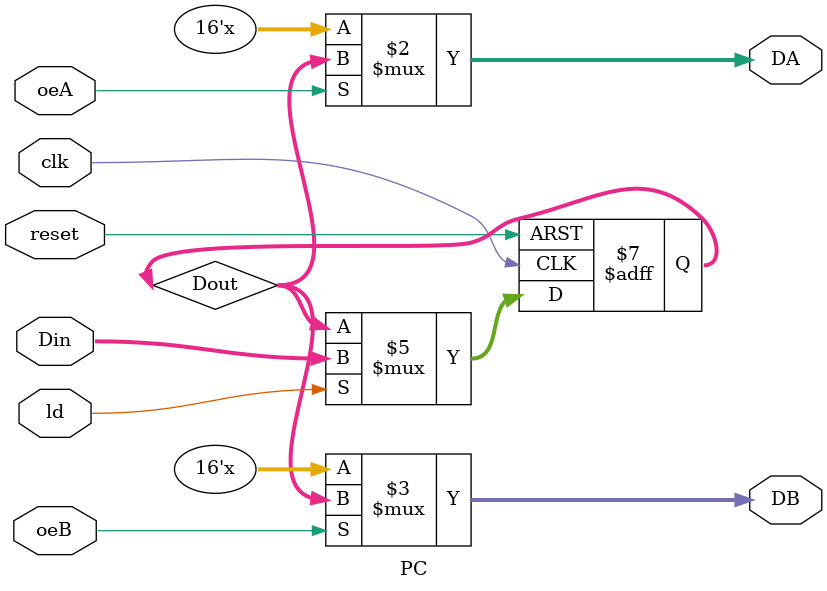
<source format=v>
`timescale 1ns / 1ps
`timescale 1ns / 1ps
 /*******************************************************************************
 * Author:   Steven Phan
 * Email:	 
 * Filename: 
 * Date:     October 23, 2017
 * Version:  1.0
 * Purpose:  
 *					
 * Notes:	 
 *******************************************************************************/
module PC(clk, reset, ld, Din, DA, DB, oeA, oeB);

	input 		   clk, reset, ld, oeA, oeB;
	input  [15:0]  Din;
	output [15:0]  DA, DB;
	reg    [15:0]  Dout;
	
// behavioral section for writing to the regisdter
always@ (posedge clk or posedge reset)
	if (reset)
		Dout <= 16'b0;
	else
		if (ld)
				Dout <= Din;
		else  Dout <= Dout;
	
// conditional continout assignments for reading th3e register
assign DA = oeA ? Dout : 16'hz;
assign DB = oeB ? Dout : 16'hz;

endmodule

</source>
